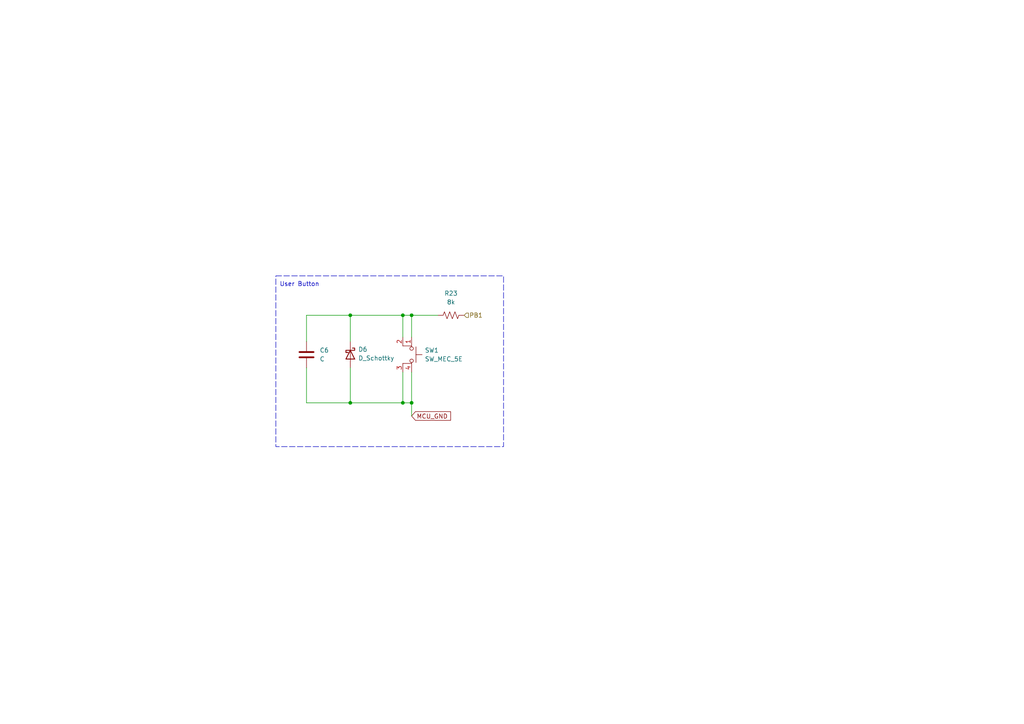
<source format=kicad_sch>
(kicad_sch
	(version 20250114)
	(generator "eeschema")
	(generator_version "9.0")
	(uuid "1f4830cc-44d8-46b3-bd9f-f72011b46734")
	(paper "A4")
	(lib_symbols
		(symbol "Device:C"
			(pin_numbers
				(hide yes)
			)
			(pin_names
				(offset 0.254)
			)
			(exclude_from_sim no)
			(in_bom yes)
			(on_board yes)
			(property "Reference" "C"
				(at 0.635 2.54 0)
				(effects
					(font
						(size 1.27 1.27)
					)
					(justify left)
				)
			)
			(property "Value" "C"
				(at 0.635 -2.54 0)
				(effects
					(font
						(size 1.27 1.27)
					)
					(justify left)
				)
			)
			(property "Footprint" ""
				(at 0.9652 -3.81 0)
				(effects
					(font
						(size 1.27 1.27)
					)
					(hide yes)
				)
			)
			(property "Datasheet" "~"
				(at 0 0 0)
				(effects
					(font
						(size 1.27 1.27)
					)
					(hide yes)
				)
			)
			(property "Description" "Unpolarized capacitor"
				(at 0 0 0)
				(effects
					(font
						(size 1.27 1.27)
					)
					(hide yes)
				)
			)
			(property "ki_keywords" "cap capacitor"
				(at 0 0 0)
				(effects
					(font
						(size 1.27 1.27)
					)
					(hide yes)
				)
			)
			(property "ki_fp_filters" "C_*"
				(at 0 0 0)
				(effects
					(font
						(size 1.27 1.27)
					)
					(hide yes)
				)
			)
			(symbol "C_0_1"
				(polyline
					(pts
						(xy -2.032 0.762) (xy 2.032 0.762)
					)
					(stroke
						(width 0.508)
						(type default)
					)
					(fill
						(type none)
					)
				)
				(polyline
					(pts
						(xy -2.032 -0.762) (xy 2.032 -0.762)
					)
					(stroke
						(width 0.508)
						(type default)
					)
					(fill
						(type none)
					)
				)
			)
			(symbol "C_1_1"
				(pin passive line
					(at 0 3.81 270)
					(length 2.794)
					(name "~"
						(effects
							(font
								(size 1.27 1.27)
							)
						)
					)
					(number "1"
						(effects
							(font
								(size 1.27 1.27)
							)
						)
					)
				)
				(pin passive line
					(at 0 -3.81 90)
					(length 2.794)
					(name "~"
						(effects
							(font
								(size 1.27 1.27)
							)
						)
					)
					(number "2"
						(effects
							(font
								(size 1.27 1.27)
							)
						)
					)
				)
			)
			(embedded_fonts no)
		)
		(symbol "Device:D_Schottky"
			(pin_numbers
				(hide yes)
			)
			(pin_names
				(offset 1.016)
				(hide yes)
			)
			(exclude_from_sim no)
			(in_bom yes)
			(on_board yes)
			(property "Reference" "D"
				(at 0 2.54 0)
				(effects
					(font
						(size 1.27 1.27)
					)
				)
			)
			(property "Value" "D_Schottky"
				(at 0 -2.54 0)
				(effects
					(font
						(size 1.27 1.27)
					)
				)
			)
			(property "Footprint" ""
				(at 0 0 0)
				(effects
					(font
						(size 1.27 1.27)
					)
					(hide yes)
				)
			)
			(property "Datasheet" "~"
				(at 0 0 0)
				(effects
					(font
						(size 1.27 1.27)
					)
					(hide yes)
				)
			)
			(property "Description" "Schottky diode"
				(at 0 0 0)
				(effects
					(font
						(size 1.27 1.27)
					)
					(hide yes)
				)
			)
			(property "ki_keywords" "diode Schottky"
				(at 0 0 0)
				(effects
					(font
						(size 1.27 1.27)
					)
					(hide yes)
				)
			)
			(property "ki_fp_filters" "TO-???* *_Diode_* *SingleDiode* D_*"
				(at 0 0 0)
				(effects
					(font
						(size 1.27 1.27)
					)
					(hide yes)
				)
			)
			(symbol "D_Schottky_0_1"
				(polyline
					(pts
						(xy -1.905 0.635) (xy -1.905 1.27) (xy -1.27 1.27) (xy -1.27 -1.27) (xy -0.635 -1.27) (xy -0.635 -0.635)
					)
					(stroke
						(width 0.254)
						(type default)
					)
					(fill
						(type none)
					)
				)
				(polyline
					(pts
						(xy 1.27 1.27) (xy 1.27 -1.27) (xy -1.27 0) (xy 1.27 1.27)
					)
					(stroke
						(width 0.254)
						(type default)
					)
					(fill
						(type none)
					)
				)
				(polyline
					(pts
						(xy 1.27 0) (xy -1.27 0)
					)
					(stroke
						(width 0)
						(type default)
					)
					(fill
						(type none)
					)
				)
			)
			(symbol "D_Schottky_1_1"
				(pin passive line
					(at -3.81 0 0)
					(length 2.54)
					(name "K"
						(effects
							(font
								(size 1.27 1.27)
							)
						)
					)
					(number "1"
						(effects
							(font
								(size 1.27 1.27)
							)
						)
					)
				)
				(pin passive line
					(at 3.81 0 180)
					(length 2.54)
					(name "A"
						(effects
							(font
								(size 1.27 1.27)
							)
						)
					)
					(number "2"
						(effects
							(font
								(size 1.27 1.27)
							)
						)
					)
				)
			)
			(embedded_fonts no)
		)
		(symbol "Device:R_US"
			(pin_numbers
				(hide yes)
			)
			(pin_names
				(offset 0)
			)
			(exclude_from_sim no)
			(in_bom yes)
			(on_board yes)
			(property "Reference" "R"
				(at 2.54 0 90)
				(effects
					(font
						(size 1.27 1.27)
					)
				)
			)
			(property "Value" "R_US"
				(at -2.54 0 90)
				(effects
					(font
						(size 1.27 1.27)
					)
				)
			)
			(property "Footprint" ""
				(at 1.016 -0.254 90)
				(effects
					(font
						(size 1.27 1.27)
					)
					(hide yes)
				)
			)
			(property "Datasheet" "~"
				(at 0 0 0)
				(effects
					(font
						(size 1.27 1.27)
					)
					(hide yes)
				)
			)
			(property "Description" "Resistor, US symbol"
				(at 0 0 0)
				(effects
					(font
						(size 1.27 1.27)
					)
					(hide yes)
				)
			)
			(property "ki_keywords" "R res resistor"
				(at 0 0 0)
				(effects
					(font
						(size 1.27 1.27)
					)
					(hide yes)
				)
			)
			(property "ki_fp_filters" "R_*"
				(at 0 0 0)
				(effects
					(font
						(size 1.27 1.27)
					)
					(hide yes)
				)
			)
			(symbol "R_US_0_1"
				(polyline
					(pts
						(xy 0 2.286) (xy 0 2.54)
					)
					(stroke
						(width 0)
						(type default)
					)
					(fill
						(type none)
					)
				)
				(polyline
					(pts
						(xy 0 2.286) (xy 1.016 1.905) (xy 0 1.524) (xy -1.016 1.143) (xy 0 0.762)
					)
					(stroke
						(width 0)
						(type default)
					)
					(fill
						(type none)
					)
				)
				(polyline
					(pts
						(xy 0 0.762) (xy 1.016 0.381) (xy 0 0) (xy -1.016 -0.381) (xy 0 -0.762)
					)
					(stroke
						(width 0)
						(type default)
					)
					(fill
						(type none)
					)
				)
				(polyline
					(pts
						(xy 0 -0.762) (xy 1.016 -1.143) (xy 0 -1.524) (xy -1.016 -1.905) (xy 0 -2.286)
					)
					(stroke
						(width 0)
						(type default)
					)
					(fill
						(type none)
					)
				)
				(polyline
					(pts
						(xy 0 -2.286) (xy 0 -2.54)
					)
					(stroke
						(width 0)
						(type default)
					)
					(fill
						(type none)
					)
				)
			)
			(symbol "R_US_1_1"
				(pin passive line
					(at 0 3.81 270)
					(length 1.27)
					(name "~"
						(effects
							(font
								(size 1.27 1.27)
							)
						)
					)
					(number "1"
						(effects
							(font
								(size 1.27 1.27)
							)
						)
					)
				)
				(pin passive line
					(at 0 -3.81 90)
					(length 1.27)
					(name "~"
						(effects
							(font
								(size 1.27 1.27)
							)
						)
					)
					(number "2"
						(effects
							(font
								(size 1.27 1.27)
							)
						)
					)
				)
			)
			(embedded_fonts no)
		)
		(symbol "Switch:SW_MEC_5E"
			(pin_names
				(offset 1.016)
				(hide yes)
			)
			(exclude_from_sim no)
			(in_bom yes)
			(on_board yes)
			(property "Reference" "SW"
				(at 0.635 5.715 0)
				(effects
					(font
						(size 1.27 1.27)
					)
					(justify left)
				)
			)
			(property "Value" "SW_MEC_5E"
				(at 0 -3.175 0)
				(effects
					(font
						(size 1.27 1.27)
					)
				)
			)
			(property "Footprint" ""
				(at 0 7.62 0)
				(effects
					(font
						(size 1.27 1.27)
					)
					(hide yes)
				)
			)
			(property "Datasheet" "http://www.apem.com/int/index.php?controller=attachment&id_attachment=1371"
				(at 0 7.62 0)
				(effects
					(font
						(size 1.27 1.27)
					)
					(hide yes)
				)
			)
			(property "Description" "MEC 5E single pole normally-open tactile switch"
				(at 0 0 0)
				(effects
					(font
						(size 1.27 1.27)
					)
					(hide yes)
				)
			)
			(property "ki_keywords" "switch normally-open pushbutton push-button"
				(at 0 0 0)
				(effects
					(font
						(size 1.27 1.27)
					)
					(hide yes)
				)
			)
			(property "ki_fp_filters" "SW*MEC*5G*"
				(at 0 0 0)
				(effects
					(font
						(size 1.27 1.27)
					)
					(hide yes)
				)
			)
			(symbol "SW_MEC_5E_0_1"
				(polyline
					(pts
						(xy -2.54 0) (xy -2.54 2.54) (xy -2.286 2.54)
					)
					(stroke
						(width 0)
						(type default)
					)
					(fill
						(type none)
					)
				)
				(polyline
					(pts
						(xy -2.286 3.81) (xy 2.286 3.81)
					)
					(stroke
						(width 0)
						(type default)
					)
					(fill
						(type none)
					)
				)
				(circle
					(center -1.778 2.54)
					(radius 0.508)
					(stroke
						(width 0)
						(type default)
					)
					(fill
						(type none)
					)
				)
				(polyline
					(pts
						(xy 0 3.81) (xy 0 5.588)
					)
					(stroke
						(width 0)
						(type default)
					)
					(fill
						(type none)
					)
				)
				(circle
					(center 1.778 2.54)
					(radius 0.508)
					(stroke
						(width 0)
						(type default)
					)
					(fill
						(type none)
					)
				)
				(polyline
					(pts
						(xy 2.54 0) (xy 2.54 2.54) (xy 2.286 2.54)
					)
					(stroke
						(width 0)
						(type default)
					)
					(fill
						(type none)
					)
				)
				(pin passive line
					(at -5.08 2.54 0)
					(length 2.54)
					(name "1"
						(effects
							(font
								(size 1.27 1.27)
							)
						)
					)
					(number "1"
						(effects
							(font
								(size 1.27 1.27)
							)
						)
					)
				)
				(pin passive line
					(at -5.08 0 0)
					(length 2.54)
					(name "2"
						(effects
							(font
								(size 1.27 1.27)
							)
						)
					)
					(number "2"
						(effects
							(font
								(size 1.27 1.27)
							)
						)
					)
				)
				(pin passive line
					(at 5.08 2.54 180)
					(length 2.54)
					(name "A"
						(effects
							(font
								(size 1.27 1.27)
							)
						)
					)
					(number "4"
						(effects
							(font
								(size 1.27 1.27)
							)
						)
					)
				)
				(pin passive line
					(at 5.08 0 180)
					(length 2.54)
					(name "K"
						(effects
							(font
								(size 1.27 1.27)
							)
						)
					)
					(number "3"
						(effects
							(font
								(size 1.27 1.27)
							)
						)
					)
				)
			)
			(embedded_fonts no)
		)
	)
	(rectangle
		(start 80.01 80.01)
		(end 146.05 129.54)
		(stroke
			(width 0)
			(type dash)
		)
		(fill
			(type none)
		)
		(uuid 165b370f-5275-4d1c-a21f-890d1115947e)
	)
	(text "User Button"
		(exclude_from_sim no)
		(at 86.868 82.55 0)
		(effects
			(font
				(size 1.27 1.27)
			)
		)
		(uuid "a948be45-20fb-403a-b696-e567c6b8ac12")
	)
	(junction
		(at 119.38 116.84)
		(diameter 0)
		(color 0 0 0 0)
		(uuid "43870d64-ad69-4e17-a0e3-dec9e213cd3b")
	)
	(junction
		(at 116.84 91.44)
		(diameter 0)
		(color 0 0 0 0)
		(uuid "4df60046-49a4-4c7d-b18f-84e71250d7ce")
	)
	(junction
		(at 116.84 116.84)
		(diameter 0)
		(color 0 0 0 0)
		(uuid "5b48add1-9ad7-4939-8dff-7e87a45d837b")
	)
	(junction
		(at 119.38 91.44)
		(diameter 0)
		(color 0 0 0 0)
		(uuid "84931dc6-e863-40cd-a8c0-421ffe8d803f")
	)
	(junction
		(at 101.6 116.84)
		(diameter 0)
		(color 0 0 0 0)
		(uuid "bdea15aa-eeed-40e0-b4a9-b41d663384de")
	)
	(junction
		(at 101.6 91.44)
		(diameter 0)
		(color 0 0 0 0)
		(uuid "bf6970d3-74ee-4c03-bf87-1d988ae99b9e")
	)
	(wire
		(pts
			(xy 116.84 91.44) (xy 119.38 91.44)
		)
		(stroke
			(width 0)
			(type default)
		)
		(uuid "0ec382a2-64f3-4b4e-8994-915066389f17")
	)
	(wire
		(pts
			(xy 116.84 91.44) (xy 116.84 97.79)
		)
		(stroke
			(width 0)
			(type default)
		)
		(uuid "111c70b0-d22e-4388-8eca-76b7d93e7610")
	)
	(wire
		(pts
			(xy 119.38 91.44) (xy 119.38 97.79)
		)
		(stroke
			(width 0)
			(type default)
		)
		(uuid "2af17e6e-3878-457c-b9a8-ac69604f204d")
	)
	(wire
		(pts
			(xy 88.9 91.44) (xy 101.6 91.44)
		)
		(stroke
			(width 0)
			(type default)
		)
		(uuid "32f2955e-99e3-4f76-9fd3-27d77ac607b6")
	)
	(wire
		(pts
			(xy 101.6 91.44) (xy 101.6 99.06)
		)
		(stroke
			(width 0)
			(type default)
		)
		(uuid "377b09e7-96d6-434d-80eb-a387da86073e")
	)
	(wire
		(pts
			(xy 116.84 116.84) (xy 116.84 107.95)
		)
		(stroke
			(width 0)
			(type default)
		)
		(uuid "6b6b2518-7bc2-4529-b5f8-ae416ac3d90c")
	)
	(wire
		(pts
			(xy 119.38 116.84) (xy 119.38 107.95)
		)
		(stroke
			(width 0)
			(type default)
		)
		(uuid "86adbfc8-f501-4e5a-a2f3-a4473a7d50ad")
	)
	(wire
		(pts
			(xy 101.6 91.44) (xy 116.84 91.44)
		)
		(stroke
			(width 0)
			(type default)
		)
		(uuid "990d2d8c-2a2f-48ef-bcd4-070161a5202c")
	)
	(wire
		(pts
			(xy 116.84 116.84) (xy 119.38 116.84)
		)
		(stroke
			(width 0)
			(type default)
		)
		(uuid "9dd24137-61e8-473e-8add-add8d145dbe1")
	)
	(wire
		(pts
			(xy 88.9 106.68) (xy 88.9 116.84)
		)
		(stroke
			(width 0)
			(type default)
		)
		(uuid "af1eb201-a0a8-4e8b-84f4-011b961860b7")
	)
	(wire
		(pts
			(xy 101.6 116.84) (xy 116.84 116.84)
		)
		(stroke
			(width 0)
			(type default)
		)
		(uuid "bdb4d942-e3e0-449b-89ad-87214fc51625")
	)
	(wire
		(pts
			(xy 119.38 91.44) (xy 127 91.44)
		)
		(stroke
			(width 0)
			(type default)
		)
		(uuid "c04be3bb-947a-4dbd-a631-275a5613822b")
	)
	(wire
		(pts
			(xy 101.6 116.84) (xy 101.6 106.68)
		)
		(stroke
			(width 0)
			(type default)
		)
		(uuid "c51b3220-c673-491e-ab08-a8134d05ae03")
	)
	(wire
		(pts
			(xy 88.9 116.84) (xy 101.6 116.84)
		)
		(stroke
			(width 0)
			(type default)
		)
		(uuid "ddaeb4d8-1b64-478c-bf15-8f1815aaa5b6")
	)
	(wire
		(pts
			(xy 119.38 116.84) (xy 119.38 120.65)
		)
		(stroke
			(width 0)
			(type default)
		)
		(uuid "e81f20cb-dfa0-4395-9c64-a23a0021019d")
	)
	(wire
		(pts
			(xy 88.9 99.06) (xy 88.9 91.44)
		)
		(stroke
			(width 0)
			(type default)
		)
		(uuid "f7dcf5e5-852d-45bc-bb7c-537854e59f24")
	)
	(global_label "MCU_GND"
		(shape input)
		(at 119.38 120.65 0)
		(fields_autoplaced yes)
		(effects
			(font
				(size 1.27 1.27)
			)
			(justify left)
		)
		(uuid "e01f98a7-056f-4411-b735-946e77be417f")
		(property "Intersheetrefs" "${INTERSHEET_REFS}"
			(at 131.2552 120.65 0)
			(effects
				(font
					(size 1.27 1.27)
				)
				(justify left)
				(hide yes)
			)
		)
	)
	(hierarchical_label "PB1"
		(shape input)
		(at 134.62 91.44 0)
		(effects
			(font
				(size 1.27 1.27)
			)
			(justify left)
		)
		(uuid "43d6e76b-63c1-4f3f-8c4c-d8ad27e8aeec")
	)
	(symbol
		(lib_id "Switch:SW_MEC_5E")
		(at 116.84 102.87 270)
		(unit 1)
		(exclude_from_sim no)
		(in_bom yes)
		(on_board yes)
		(dnp no)
		(fields_autoplaced yes)
		(uuid "114e2ccc-c108-4da7-9cbd-42f6e6ac5ede")
		(property "Reference" "SW1"
			(at 123.19 101.5999 90)
			(effects
				(font
					(size 1.27 1.27)
				)
				(justify left)
			)
		)
		(property "Value" "SW_MEC_5E"
			(at 123.19 104.1399 90)
			(effects
				(font
					(size 1.27 1.27)
				)
				(justify left)
			)
		)
		(property "Footprint" ""
			(at 124.46 102.87 0)
			(effects
				(font
					(size 1.27 1.27)
				)
				(hide yes)
			)
		)
		(property "Datasheet" "http://www.apem.com/int/index.php?controller=attachment&id_attachment=1371"
			(at 124.46 102.87 0)
			(effects
				(font
					(size 1.27 1.27)
				)
				(hide yes)
			)
		)
		(property "Description" "MEC 5E single pole normally-open tactile switch"
			(at 116.84 102.87 0)
			(effects
				(font
					(size 1.27 1.27)
				)
				(hide yes)
			)
		)
		(pin "1"
			(uuid "f525e314-7d1b-4857-9322-39b6e5a56317")
		)
		(pin "4"
			(uuid "f5e966bd-85fa-41cf-a5f9-97ac2c677f6a")
		)
		(pin "2"
			(uuid "9e8c797f-9c34-40bd-bbc5-b77a23ee5a4b")
		)
		(pin "3"
			(uuid "c7834a7f-1e16-4230-968b-4e8cbf0995ba")
		)
		(instances
			(project ""
				(path "/27fcebe4-2fb8-4847-92ca-f98a7b250261/18eb274c-1db0-4cb8-b7db-6a56cff72c5b"
					(reference "SW1")
					(unit 1)
				)
			)
		)
	)
	(symbol
		(lib_id "Device:R_US")
		(at 130.81 91.44 90)
		(unit 1)
		(exclude_from_sim no)
		(in_bom yes)
		(on_board yes)
		(dnp no)
		(fields_autoplaced yes)
		(uuid "553f8695-d670-4705-a6e9-274fefe94667")
		(property "Reference" "R23"
			(at 130.81 85.09 90)
			(effects
				(font
					(size 1.27 1.27)
				)
			)
		)
		(property "Value" "8k"
			(at 130.81 87.63 90)
			(effects
				(font
					(size 1.27 1.27)
				)
			)
		)
		(property "Footprint" ""
			(at 131.064 90.424 90)
			(effects
				(font
					(size 1.27 1.27)
				)
				(hide yes)
			)
		)
		(property "Datasheet" "~"
			(at 130.81 91.44 0)
			(effects
				(font
					(size 1.27 1.27)
				)
				(hide yes)
			)
		)
		(property "Description" "Resistor, US symbol"
			(at 130.81 91.44 0)
			(effects
				(font
					(size 1.27 1.27)
				)
				(hide yes)
			)
		)
		(pin "1"
			(uuid "17f836bb-12ec-48e2-a27f-7d4895e1f945")
		)
		(pin "2"
			(uuid "caca8273-86f8-48f3-8b4c-fc7a517ef73b")
		)
		(instances
			(project ""
				(path "/27fcebe4-2fb8-4847-92ca-f98a7b250261/18eb274c-1db0-4cb8-b7db-6a56cff72c5b"
					(reference "R23")
					(unit 1)
				)
			)
		)
	)
	(symbol
		(lib_id "Device:D_Schottky")
		(at 101.6 102.87 270)
		(unit 1)
		(exclude_from_sim no)
		(in_bom yes)
		(on_board yes)
		(dnp no)
		(uuid "77d95797-accd-46f0-b634-eaa62ee6e366")
		(property "Reference" "D6"
			(at 103.886 101.346 90)
			(effects
				(font
					(size 1.27 1.27)
				)
				(justify left)
			)
		)
		(property "Value" "D_Schottky"
			(at 103.886 103.886 90)
			(effects
				(font
					(size 1.27 1.27)
				)
				(justify left)
			)
		)
		(property "Footprint" ""
			(at 101.6 102.87 0)
			(effects
				(font
					(size 1.27 1.27)
				)
				(hide yes)
			)
		)
		(property "Datasheet" "~"
			(at 101.6 102.87 0)
			(effects
				(font
					(size 1.27 1.27)
				)
				(hide yes)
			)
		)
		(property "Description" "Schottky diode"
			(at 101.6 102.87 0)
			(effects
				(font
					(size 1.27 1.27)
				)
				(hide yes)
			)
		)
		(pin "2"
			(uuid "a22867a8-f07e-41af-97fc-00d9a3b1c27b")
		)
		(pin "1"
			(uuid "eb39ebda-9957-44b6-a494-fda610c34d03")
		)
		(instances
			(project ""
				(path "/27fcebe4-2fb8-4847-92ca-f98a7b250261/18eb274c-1db0-4cb8-b7db-6a56cff72c5b"
					(reference "D6")
					(unit 1)
				)
			)
		)
	)
	(symbol
		(lib_id "Device:C")
		(at 88.9 102.87 0)
		(unit 1)
		(exclude_from_sim no)
		(in_bom yes)
		(on_board yes)
		(dnp no)
		(fields_autoplaced yes)
		(uuid "7bb99b62-29b8-45e1-b6ab-2e706663a113")
		(property "Reference" "C6"
			(at 92.71 101.5999 0)
			(effects
				(font
					(size 1.27 1.27)
				)
				(justify left)
			)
		)
		(property "Value" "C"
			(at 92.71 104.1399 0)
			(effects
				(font
					(size 1.27 1.27)
				)
				(justify left)
			)
		)
		(property "Footprint" ""
			(at 89.8652 106.68 0)
			(effects
				(font
					(size 1.27 1.27)
				)
				(hide yes)
			)
		)
		(property "Datasheet" "~"
			(at 88.9 102.87 0)
			(effects
				(font
					(size 1.27 1.27)
				)
				(hide yes)
			)
		)
		(property "Description" "Unpolarized capacitor"
			(at 88.9 102.87 0)
			(effects
				(font
					(size 1.27 1.27)
				)
				(hide yes)
			)
		)
		(pin "2"
			(uuid "34d76290-d3d0-4958-82cb-a4736a00e1e7")
		)
		(pin "1"
			(uuid "1ab0404b-647d-494d-b2c2-6e984b866189")
		)
		(instances
			(project ""
				(path "/27fcebe4-2fb8-4847-92ca-f98a7b250261/18eb274c-1db0-4cb8-b7db-6a56cff72c5b"
					(reference "C6")
					(unit 1)
				)
			)
		)
	)
)

</source>
